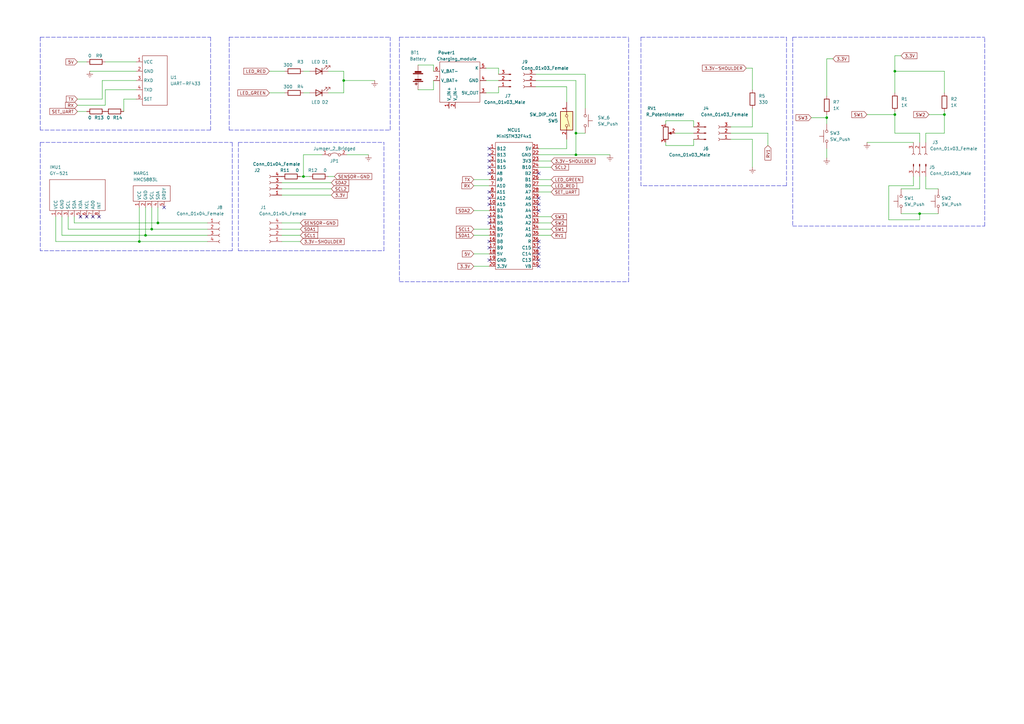
<source format=kicad_sch>
(kicad_sch (version 20211123) (generator eeschema)
  (paper "A3")
  (lib_symbols
    (symbol "Connector:Conn_01x03_Female" (pin_names (offset 1.016) hide)
      (property "Reference" "J" (at 0 5.08 0))
      (property "Value" "Conn_01x03_Female" (at 0 -5.08 0))
      (symbol "Conn_01x03_Female_1_1"
        (arc (start 0 -2.032) (mid -0.508 -2.54) (end 0 -3.048) (stroke (width 0.1524)))
        (polyline (pts (xy -1.27 -2.54) (xy -0.508 -2.54)) (stroke (width 0.1524)))
        (polyline (pts (xy -1.27 0) (xy -0.508 0)) (stroke (width 0.1524)))
        (polyline (pts (xy -1.27 2.54) (xy -0.508 2.54)) (stroke (width 0.1524)))
        (arc (start 0 0.508) (mid -0.508 0) (end 0 -0.508) (stroke (width 0.1524)))
        (arc (start 0 3.048) (mid -0.508 2.54) (end 0 2.032) (stroke (width 0.1524)))
        (pin passive line (at -5.08 2.54 0) (length 3.81) (name "Pin_1") (number "1"))
        (pin passive line (at -5.08 0 0) (length 3.81) (name "Pin_2") (number "2"))
        (pin passive line (at -5.08 -2.54 0) (length 3.81) (name "Pin_3") (number "3"))
      )
    )
    (symbol "Connector:Conn_01x03_Male" (pin_names (offset 1.016) hide)
      (property "Reference" "J" (at 0 5.08 0))
      (property "Value" "Conn_01x03_Male" (at 0 -5.08 0))
      (symbol "Conn_01x03_Male_1_1"
        (polyline (pts (xy 1.27 -2.54) (xy 0.8636 -2.54)) (stroke (width 0.1524)))
        (polyline (pts (xy 1.27 0) (xy 0.8636 0)) (stroke (width 0.1524)))
        (polyline (pts (xy 1.27 2.54) (xy 0.8636 2.54)) (stroke (width 0.1524)))
        (rectangle (start 0.8636 -2.413) (end 0 -2.667) (stroke (width 0.1524)) (fill (type outline)))
        (rectangle (start 0.8636 0.127) (end 0 -0.127) (stroke (width 0.1524)) (fill (type outline)))
        (rectangle (start 0.8636 2.667) (end 0 2.413) (stroke (width 0.1524)) (fill (type outline)))
        (pin passive line (at 5.08 2.54 180) (length 3.81) (name "Pin_1") (number "1"))
        (pin passive line (at 5.08 0 180) (length 3.81) (name "Pin_2") (number "2"))
        (pin passive line (at 5.08 -2.54 180) (length 3.81) (name "Pin_3") (number "3"))
      )
    )
    (symbol "Connector:Conn_01x04_Female" (pin_names (offset 1.016) hide)
      (property "Reference" "J" (at 0 5.08 0))
      (property "Value" "Conn_01x04_Female" (at 0 -7.62 0))
      (symbol "Conn_01x04_Female_1_1"
        (arc (start 0 -4.572) (mid -0.508 -5.08) (end 0 -5.588) (stroke (width 0.1524)))
        (arc (start 0 -2.032) (mid -0.508 -2.54) (end 0 -3.048) (stroke (width 0.1524)))
        (polyline (pts (xy -1.27 -5.08) (xy -0.508 -5.08)) (stroke (width 0.1524)))
        (polyline (pts (xy -1.27 -2.54) (xy -0.508 -2.54)) (stroke (width 0.1524)))
        (polyline (pts (xy -1.27 0) (xy -0.508 0)) (stroke (width 0.1524)))
        (polyline (pts (xy -1.27 2.54) (xy -0.508 2.54)) (stroke (width 0.1524)))
        (arc (start 0 0.508) (mid -0.508 0) (end 0 -0.508) (stroke (width 0.1524)))
        (arc (start 0 3.048) (mid -0.508 2.54) (end 0 2.032) (stroke (width 0.1524)))
        (pin passive line (at -5.08 2.54 0) (length 3.81) (name "Pin_1") (number "1"))
        (pin passive line (at -5.08 0 0) (length 3.81) (name "Pin_2") (number "2"))
        (pin passive line (at -5.08 -2.54 0) (length 3.81) (name "Pin_3") (number "3"))
        (pin passive line (at -5.08 -5.08 0) (length 3.81) (name "Pin_4") (number "4"))
      )
    )
    (symbol "Device:Battery" (pin_numbers hide) (pin_names (offset 0) hide)
      (property "Reference" "BT" (at 2.54 2.54 0))
      (property "Value" "Battery" (at 2.54 0 0))
      (symbol "Battery_0_1"
        (rectangle (start -2.032 -1.397) (end 2.032 -1.651) (fill (type outline)))
        (rectangle (start -2.032 1.778) (end 2.032 1.524) (fill (type outline)))
        (rectangle (start -1.3208 -1.9812) (end 1.27 -2.4892) (fill (type outline)))
        (rectangle (start -1.3208 1.1938) (end 1.27 0.6858) (fill (type outline)))
        (polyline (pts (xy 0 -1.524) (xy 0 -1.27)))
        (polyline (pts (xy 0 -1.016) (xy 0 -0.762)))
        (polyline (pts (xy 0 -0.508) (xy 0 -0.254)))
        (polyline (pts (xy 0 0) (xy 0 0.254)))
        (polyline (pts (xy 0 0.508) (xy 0 0.762)))
        (polyline (pts (xy 0 1.778) (xy 0 2.54)))
        (polyline (pts (xy 0.254 2.667) (xy 1.27 2.667)) (stroke (width 0.254)))
        (polyline (pts (xy 0.762 3.175) (xy 0.762 2.159)) (stroke (width 0.254)))
      )
      (symbol "Battery_1_1"
        (pin passive line (at 0 5.08 270) (length 2.54) (name "+") (number "1"))
        (pin passive line (at 0 -5.08 90) (length 2.54) (name "-") (number "2"))
      )
    )
    (symbol "Device:LED" (pin_numbers hide) (pin_names (offset 1.016) hide)
      (property "Reference" "D" (at 0 2.54 0))
      (property "Value" "LED" (at 0 -2.54 0))
      (symbol "LED_0_1"
        (polyline (pts (xy -1.27 -1.27) (xy -1.27 1.27)) (stroke (width 0.254)))
        (polyline (pts (xy -1.27 0) (xy 1.27 0)))
        (polyline (pts (xy 1.27 -1.27) (xy 1.27 1.27) (xy -1.27 0) (xy 1.27 -1.27)) (stroke (width 0.254)))
        (polyline (pts (xy -3.048 -0.762) (xy -4.572 -2.286) (xy -3.81 -2.286) (xy -4.572 -2.286) (xy -4.572 -1.524)))
        (polyline (pts (xy -1.778 -0.762) (xy -3.302 -2.286) (xy -2.54 -2.286) (xy -3.302 -2.286) (xy -3.302 -1.524)))
      )
      (symbol "LED_1_1"
        (pin passive line (at -3.81 0 0) (length 2.54) (name "K") (number "1"))
        (pin passive line (at 3.81 0 180) (length 2.54) (name "A") (number "2"))
      )
    )
    (symbol "Device:R" (pin_numbers hide) (pin_names (offset 0))
      (property "Reference" "R" (at 2.032 0 90))
      (property "Value" "R" (at 0 0 90))
      (symbol "R_0_1"
        (rectangle (start -1.016 -2.54) (end 1.016 2.54) (stroke (width 0.254)))
      )
      (symbol "R_1_1"
        (pin passive line (at 0 3.81 270) (length 1.27) (name "~") (number "1"))
        (pin passive line (at 0 -3.81 90) (length 1.27) (name "~") (number "2"))
      )
    )
    (symbol "Device:R_Potentiometer" (pin_names (offset 1.016) hide)
      (property "Reference" "RV" (at -4.445 0 90))
      (property "Value" "R_Potentiometer" (at -2.54 0 90))
      (symbol "R_Potentiometer_0_1"
        (polyline (pts (xy 2.54 0) (xy 1.524 0)))
        (polyline (pts (xy 1.143 0) (xy 2.286 0.508) (xy 2.286 -0.508) (xy 1.143 0)) (fill (type outline)))
        (rectangle (start 1.016 2.54) (end -1.016 -2.54) (stroke (width 0.254)))
      )
      (symbol "R_Potentiometer_1_1"
        (pin passive line (at 0 3.81 270) (length 1.27) (name "1") (number "1"))
        (pin passive line (at 3.81 0 180) (length 1.27) (name "2") (number "2"))
        (pin passive line (at 0 -3.81 90) (length 1.27) (name "3") (number "3"))
      )
    )
    (symbol "GY-521_1"
      (property "Reference" "IMU" (at -7.62 7.62 0))
      (property "Value" "GY-521_1" (at 8.89 3.81 0))
      (symbol "GY-521_1_0_1"
        (rectangle (start -8.89 6.35) (end 13.97 -6.35))
      )
      (symbol "GY-521_1_1_1"
        (pin power_in line (at -6.35 -8.89 90) (length 2.54) (name "VCC") (number "1"))
        (pin passive line (at -3.81 -8.89 90) (length 2.54) (name "GND") (number "2"))
        (pin input line (at -1.27 -8.89 90) (length 2.54) (name "SCL") (number "3"))
        (pin bidirectional line (at 1.27 -8.89 90) (length 2.54) (name "SDA") (number "4"))
        (pin no_connect line (at 3.81 -8.89 90) (length 2.54) (name "XDA") (number "5"))
        (pin no_connect line (at 6.35 -8.89 90) (length 2.54) (name "XCL") (number "6"))
        (pin no_connect line (at 8.89 -8.89 90) (length 2.54) (name "AD0") (number "7"))
        (pin no_connect line (at 11.43 -8.89 90) (length 2.54) (name "INT") (number "8"))
      )
    )
    (symbol "HMC5883L_1"
      (property "Reference" "MARG" (at 5.08 2.54 0))
      (property "Value" "HMC5883L_1" (at -6.35 2.54 0))
      (symbol "HMC5883L_1_0_1"
        (rectangle (start -7.62 0) (end 7.62 -6.35))
      )
      (symbol "HMC5883L_1_1_1"
        (pin power_in line (at -5.08 -8.89 90) (length 2.54) (name "VCC") (number "1"))
        (pin bidirectional line (at -2.54 -8.89 90) (length 2.54) (name "GND") (number "2"))
        (pin bidirectional line (at 0 -8.89 90) (length 2.54) (name "SCL") (number "3"))
        (pin bidirectional line (at 2.54 -8.89 90) (length 2.54) (name "SDA") (number "4"))
        (pin bidirectional line (at 5.08 -8.89 90) (length 2.54) (name "DRDY") (number "5"))
      )
    )
    (symbol "Jumper:Jumper_2_Bridged" (pin_names (offset 0) hide)
      (property "Reference" "JP" (at 0 1.905 0))
      (property "Value" "Jumper_2_Bridged" (at 0 -2.54 0))
      (symbol "Jumper_2_Bridged_0_0"
        (circle (center -2.032 0) (radius 0.508))
        (circle (center 2.032 0) (radius 0.508))
      )
      (symbol "Jumper_2_Bridged_0_1"
        (arc (start 1.524 0.254) (mid 0 0.762) (end -1.524 0.254))
      )
      (symbol "Jumper_2_Bridged_1_1"
        (pin passive line (at -5.08 0 0) (length 2.54) (name "A") (number "1"))
        (pin passive line (at 5.08 0 180) (length 2.54) (name "B") (number "2"))
      )
    )
    (symbol "Switch:SW_DIP_x01" (pin_names (offset 0) hide)
      (property "Reference" "SW" (at 0 3.81 0))
      (property "Value" "SW_DIP_x01" (at 0 -3.81 0))
      (symbol "SW_DIP_x01_0_0"
        (circle (center -2.032 0) (radius 0.508))
        (polyline (pts (xy -1.524 0.127) (xy 2.3622 1.1684)))
        (circle (center 2.032 0) (radius 0.508))
      )
      (symbol "SW_DIP_x01_0_1"
        (rectangle (start -3.81 2.54) (end 3.81 -2.54) (stroke (width 0.254)) (fill (type background)))
      )
      (symbol "SW_DIP_x01_1_1"
        (pin passive line (at -7.62 0 0) (length 5.08) (name "~") (number "1"))
        (pin passive line (at 7.62 0 180) (length 5.08) (name "~") (number "2"))
      )
    )
    (symbol "Switch:SW_Push" (pin_numbers hide) (pin_names (offset 1.016) hide)
      (property "Reference" "SW" (at 1.27 2.54 0))
      (property "Value" "SW_Push" (at 0 -1.524 0))
      (symbol "SW_Push_0_1"
        (circle (center -2.032 0) (radius 0.508))
        (polyline (pts (xy 0 1.27) (xy 0 3.048)))
        (polyline (pts (xy 2.54 1.27) (xy -2.54 1.27)))
        (circle (center 2.032 0) (radius 0.508))
        (pin passive line (at -5.08 0 0) (length 2.54) (name "1") (number "1"))
        (pin passive line (at 5.08 0 180) (length 2.54) (name "2") (number "2"))
      )
    )
    (symbol "hieu_lib:Charging_module"
      (property "Reference" "Power" (at 11.43 5.08 0))
      (property "Value" "Charging_module" (at 16.51 2.54 0))
      (symbol "Charging_module_0_1"
        (rectangle (start -8.89 7.62) (end 7.62 -8.89))
      )
      (symbol "Charging_module_1_1"
        (pin power_in line (at -11.43 3.81 0) (length 2.54) (name "V_IN+") (number "1"))
        (pin power_in line (at -11.43 1.27 0) (length 2.54) (name "V_IN-") (number "2"))
        (pin power_out line (at -5.08 -11.43 90) (length 2.54) (name "5V_OUT") (number "3"))
        (pin bidirectional line (at 0 -11.43 90) (length 2.54) (name "GND") (number "4"))
        (pin bidirectional line (at 5.08 -11.43 90) (length 2.54) (name "K") (number "5"))
        (pin bidirectional line (at 3.81 10.16 270) (length 2.54) (name "V_BAT-") (number "6"))
        (pin bidirectional line (at 0 10.16 270) (length 2.54) (name "V_BAT+") (number "7"))
      )
    )
    (symbol "hieu_lib:MiniSTM32F4x1"
      (property "Reference" "MCU" (at 0 1.27 0))
      (property "Value" "MiniSTM32F4x1" (at 7.62 -25.4 90))
      (symbol "MiniSTM32F4x1_0_1"
        (rectangle (start 0 0) (end 15.24 -52.07))
      )
      (symbol "MiniSTM32F4x1_1_1"
        (pin bidirectional line (at -2.54 -2.54 0) (length 2.54) (name "B12") (number "1"))
        (pin bidirectional line (at -2.54 -25.4 0) (length 2.54) (name "A15") (number "10"))
        (pin bidirectional line (at -2.54 -27.94 0) (length 2.54) (name "B3") (number "11"))
        (pin bidirectional line (at -2.54 -30.48 0) (length 2.54) (name "B4") (number "12"))
        (pin bidirectional line (at -2.54 -33.02 0) (length 2.54) (name "B5") (number "13"))
        (pin bidirectional line (at -2.54 -35.56 0) (length 2.54) (name "B6") (number "14"))
        (pin bidirectional line (at -2.54 -38.1 0) (length 2.54) (name "B7") (number "15"))
        (pin bidirectional line (at -2.54 -40.64 0) (length 2.54) (name "B8") (number "16"))
        (pin bidirectional line (at -2.54 -43.18 0) (length 2.54) (name "B9") (number "17"))
        (pin power_out line (at -2.54 -45.72 0) (length 2.54) (name "5V") (number "18"))
        (pin bidirectional line (at -2.54 -48.26 0) (length 2.54) (name "GND") (number "19"))
        (pin bidirectional line (at -2.54 -5.08 0) (length 2.54) (name "B13") (number "2"))
        (pin power_out line (at -2.54 -50.8 0) (length 2.54) (name "3.3V") (number "20"))
        (pin power_in line (at 17.78 -2.54 180) (length 2.54) (name "5V") (number "21"))
        (pin bidirectional line (at 17.78 -5.08 180) (length 2.54) (name "GND") (number "22"))
        (pin power_out line (at 17.78 -7.62 180) (length 2.54) (name "3V3") (number "23"))
        (pin bidirectional line (at 17.78 -10.16 180) (length 2.54) (name "B10") (number "24"))
        (pin bidirectional line (at 17.78 -12.7 180) (length 2.54) (name "B2") (number "25"))
        (pin bidirectional line (at 17.78 -15.24 180) (length 2.54) (name "B1") (number "26"))
        (pin bidirectional line (at 17.78 -17.78 180) (length 2.54) (name "B0") (number "27"))
        (pin bidirectional line (at 17.78 -20.32 180) (length 2.54) (name "A7") (number "28"))
        (pin bidirectional line (at 17.78 -22.86 180) (length 2.54) (name "A6") (number "29"))
        (pin bidirectional line (at -2.54 -7.62 0) (length 2.54) (name "B14") (number "3"))
        (pin bidirectional line (at 17.78 -25.4 180) (length 2.54) (name "A5") (number "30"))
        (pin bidirectional line (at 17.78 -27.94 180) (length 2.54) (name "A4") (number "31"))
        (pin bidirectional line (at 17.78 -30.48 180) (length 2.54) (name "A3") (number "32"))
        (pin bidirectional line (at 17.78 -33.02 180) (length 2.54) (name "A2") (number "33"))
        (pin bidirectional line (at 17.78 -35.56 180) (length 2.54) (name "A1") (number "34"))
        (pin bidirectional line (at 17.78 -38.1 180) (length 2.54) (name "A0") (number "35"))
        (pin bidirectional line (at 17.78 -40.64 180) (length 2.54) (name "R") (number "36"))
        (pin bidirectional line (at 17.78 -43.18 180) (length 2.54) (name "C15") (number "37"))
        (pin bidirectional line (at 17.78 -45.72 180) (length 2.54) (name "C14") (number "38"))
        (pin bidirectional line (at 17.78 -48.26 180) (length 2.54) (name "C13") (number "39"))
        (pin bidirectional line (at -2.54 -10.16 0) (length 2.54) (name "B15") (number "4"))
        (pin bidirectional line (at 17.78 -50.8 180) (length 2.54) (name "VB") (number "40"))
        (pin bidirectional line (at -2.54 -12.7 0) (length 2.54) (name "A8") (number "5"))
        (pin bidirectional line (at -2.54 -15.24 0) (length 2.54) (name "A9") (number "6"))
        (pin bidirectional line (at -2.54 -17.78 0) (length 2.54) (name "A10") (number "7"))
        (pin bidirectional line (at -2.54 -20.32 0) (length 2.54) (name "A11") (number "8"))
        (pin bidirectional line (at -2.54 -22.86 0) (length 2.54) (name "A12") (number "9"))
      )
    )
    (symbol "hieu_lib:UART-RF433"
      (property "Reference" "UART_Module" (at -8.89 5.08 0))
      (property "Value" "UART-RF433" (at 3.81 1.27 0))
      (symbol "UART-RF433_0_1"
        (rectangle (start -10.16 2.54) (end 10.16 -7.62))
      )
      (symbol "UART-RF433_1_1"
        (pin power_in line (at -7.62 -10.16 90) (length 2.54) (name "VCC") (number "1"))
        (pin bidirectional line (at -3.81 -10.16 90) (length 2.54) (name "GND") (number "2"))
        (pin input line (at 0 -10.16 90) (length 2.54) (name "RXD") (number "3"))
        (pin output line (at 3.81 -10.16 90) (length 2.54) (name "TXD") (number "4"))
        (pin input line (at 7.62 -10.16 90) (length 2.54) (name "SET") (number "5"))
      )
    )
    (symbol "power:GNDREF" (power) (pin_names (offset 0))
      (property "Value" "GNDREF" (at 0 -3.81 0))
      (symbol "GNDREF_0_1"
        (polyline (pts (xy -0.635 -1.905) (xy 0.635 -1.905)))
        (polyline (pts (xy -0.127 -2.54) (xy 0.127 -2.54)))
        (polyline (pts (xy 0 -1.27) (xy 0 0)))
        (polyline (pts (xy 1.27 -1.27) (xy -1.27 -1.27)))
      )
      (symbol "GNDREF_1_1"
        (pin power_in line (at 0 0 270) (length 0) hide (name "GNDREF") (number "1"))
      )
    )
  )
  (junction (at 339.09 48.26))
  (junction (at 62.23 93.98))
  (junction (at 377.19 87.63))
  (junction (at 367.03 46.99))
  (junction (at 387.35 46.99))
  (junction (at 57.15 99.06))
  (junction (at 59.69 96.52))
  (junction (at 236.22 63.5))
  (junction (at 124.46 72.39))
  (junction (at 367.03 29.21))
  (junction (at 140.97 33.02))
  (junction (at 236.22 54.61))
  (junction (at 64.77 91.44))
  (no_connect (at 220.98 101.6))
  (no_connect (at 200.66 63.5))
  (no_connect (at 220.98 104.14))
  (no_connect (at 200.66 101.6))
  (no_connect (at 220.98 81.28))
  (no_connect (at 200.66 88.9))
  (no_connect (at 38.1 88.9))
  (no_connect (at 200.66 106.68))
  (no_connect (at 220.98 99.06))
  (no_connect (at 220.98 109.22))
  (no_connect (at 200.66 71.12))
  (no_connect (at 220.98 106.68))
  (no_connect (at 200.66 81.28))
  (no_connect (at 200.66 91.44))
  (no_connect (at 200.66 60.96))
  (no_connect (at 200.66 68.58))
  (no_connect (at 67.31 85.09))
  (no_connect (at 200.66 99.06))
  (no_connect (at 40.64 88.9))
  (no_connect (at 220.98 86.36))
  (no_connect (at 220.98 71.12))
  (no_connect (at 220.98 83.82))
  (no_connect (at 35.56 88.9))
  (no_connect (at 200.66 78.74))
  (no_connect (at 200.66 66.04))
  (no_connect (at 33.02 88.9))
  (no_connect (at 200.66 83.82))
  (wire (pts (xy 377.19 54.61) (xy 377.19 58.42)))
  (wire (pts (xy 220.98 76.2) (xy 226.06 76.2)))
  (wire (pts (xy 62.23 93.98) (xy 85.09 93.98)))
  (wire (pts (xy 50.8 40.64) (xy 55.88 40.64)))
  (polyline (pts (xy 16.51 15.24) (xy 16.51 53.34)))
  (wire (pts (xy 22.86 99.06) (xy 22.86 88.9)))
  (wire (pts (xy 59.69 96.52) (xy 25.4 96.52)))
  (polyline (pts (xy 16.51 15.24) (xy 86.36 15.24)))
  (wire (pts (xy 194.31 76.2) (xy 200.66 76.2)))
  (polyline (pts (xy 97.79 58.42) (xy 97.79 102.87)))
  (wire (pts (xy 273.05 49.53) (xy 273.05 50.8)))
  (wire (pts (xy 299.72 54.61) (xy 314.96 54.61)))
  (polyline (pts (xy 97.79 102.87) (xy 157.48 102.87)))
  (wire (pts (xy 220.98 96.52) (xy 226.06 96.52)))
  (wire (pts (xy 220.98 73.66) (xy 226.06 73.66)))
  (wire (pts (xy 135.89 74.93) (xy 115.57 74.93)))
  (wire (pts (xy 123.19 93.98) (xy 115.57 93.98)))
  (wire (pts (xy 85.09 96.52) (xy 59.69 96.52)))
  (polyline (pts (xy 262.89 15.24) (xy 262.89 76.2)))
  (wire (pts (xy 30.48 88.9) (xy 30.48 91.44)))
  (wire (pts (xy 41.91 33.02) (xy 55.88 33.02)))
  (polyline (pts (xy 86.36 53.34) (xy 16.51 53.34)))
  (wire (pts (xy 377.19 72.39) (xy 377.19 77.47)))
  (wire (pts (xy 220.98 93.98) (xy 226.06 93.98)))
  (wire (pts (xy 27.94 93.98) (xy 62.23 93.98)))
  (wire (pts (xy 284.48 52.07) (xy 284.48 49.53)))
  (wire (pts (xy 57.15 99.06) (xy 22.86 99.06)))
  (wire (pts (xy 110.49 38.1) (xy 116.84 38.1)))
  (wire (pts (xy 124.46 63.5) (xy 124.46 72.39)))
  (wire (pts (xy 284.48 59.69) (xy 284.48 57.15)))
  (wire (pts (xy 220.98 78.74) (xy 226.06 78.74)))
  (wire (pts (xy 369.57 87.63) (xy 377.19 87.63)))
  (wire (pts (xy 308.61 44.45) (xy 308.61 52.07)))
  (wire (pts (xy 219.71 35.56) (xy 232.41 35.56)))
  (wire (pts (xy 374.65 58.42) (xy 355.6 58.42)))
  (wire (pts (xy 43.18 36.83) (xy 43.18 43.18)))
  (wire (pts (xy 387.35 29.21) (xy 387.35 38.1)))
  (wire (pts (xy 232.41 35.56) (xy 232.41 41.91)))
  (wire (pts (xy 339.09 60.96) (xy 339.09 64.77)))
  (wire (pts (xy 367.03 29.21) (xy 387.35 29.21)))
  (wire (pts (xy 110.49 29.21) (xy 116.84 29.21)))
  (wire (pts (xy 220.98 68.58) (xy 226.06 68.58)))
  (wire (pts (xy 284.48 49.53) (xy 273.05 49.53)))
  (wire (pts (xy 199.39 27.94) (xy 204.47 27.94)))
  (polyline (pts (xy 163.83 115.57) (xy 257.81 115.57)))
  (wire (pts (xy 314.96 59.69) (xy 314.96 54.61)))
  (wire (pts (xy 177.8 29.21) (xy 177.8 26.67)))
  (wire (pts (xy 232.41 57.15) (xy 232.41 60.96)))
  (wire (pts (xy 50.8 45.72) (xy 50.8 40.64)))
  (wire (pts (xy 308.61 52.07) (xy 299.72 52.07)))
  (wire (pts (xy 369.57 77.47) (xy 377.19 77.47)))
  (wire (pts (xy 171.45 36.83) (xy 177.8 36.83)))
  (wire (pts (xy 387.35 46.99) (xy 387.35 54.61)))
  (wire (pts (xy 308.61 27.94) (xy 308.61 36.83)))
  (wire (pts (xy 236.22 54.61) (xy 236.22 63.5)))
  (wire (pts (xy 379.73 77.47) (xy 379.73 72.39)))
  (wire (pts (xy 64.77 91.44) (xy 64.77 85.09)))
  (wire (pts (xy 387.35 45.72) (xy 387.35 46.99)))
  (wire (pts (xy 240.03 44.45) (xy 240.03 30.48)))
  (wire (pts (xy 369.57 22.86) (xy 367.03 22.86)))
  (polyline (pts (xy 325.12 92.71) (xy 403.86 92.71)))
  (polyline (pts (xy 322.58 15.24) (xy 322.58 76.2)))
  (polyline (pts (xy 86.36 15.24) (xy 86.36 53.34)))
  (wire (pts (xy 384.81 77.47) (xy 379.73 77.47)))
  (wire (pts (xy 220.98 66.04) (xy 226.06 66.04)))
  (wire (pts (xy 57.15 85.09) (xy 57.15 99.06)))
  (wire (pts (xy 367.03 54.61) (xy 377.19 54.61)))
  (wire (pts (xy 219.71 33.02) (xy 236.22 33.02)))
  (wire (pts (xy 308.61 57.15) (xy 308.61 68.58)))
  (polyline (pts (xy 325.12 15.24) (xy 325.12 92.71)))
  (wire (pts (xy 236.22 33.02) (xy 236.22 54.61)))
  (wire (pts (xy 140.97 29.21) (xy 140.97 33.02)))
  (wire (pts (xy 374.65 76.2) (xy 364.49 76.2)))
  (polyline (pts (xy 262.89 15.24) (xy 322.58 15.24)))
  (wire (pts (xy 194.31 86.36) (xy 200.66 86.36)))
  (wire (pts (xy 377.19 90.17) (xy 377.19 87.63)))
  (wire (pts (xy 134.62 29.21) (xy 140.97 29.21)))
  (wire (pts (xy 199.39 38.1) (xy 204.47 38.1)))
  (wire (pts (xy 62.23 85.09) (xy 62.23 93.98)))
  (polyline (pts (xy 325.12 15.24) (xy 403.86 15.24)))
  (wire (pts (xy 308.61 57.15) (xy 299.72 57.15)))
  (wire (pts (xy 240.03 30.48) (xy 219.71 30.48)))
  (wire (pts (xy 364.49 90.17) (xy 377.19 90.17)))
  (wire (pts (xy 367.03 22.86) (xy 367.03 29.21)))
  (wire (pts (xy 204.47 38.1) (xy 204.47 35.56)))
  (wire (pts (xy 194.31 104.14) (xy 200.66 104.14)))
  (polyline (pts (xy 93.98 15.24) (xy 160.02 15.24)))
  (polyline (pts (xy 16.51 58.42) (xy 95.25 58.42)))
  (wire (pts (xy 236.22 54.61) (xy 240.03 54.61)))
  (wire (pts (xy 31.75 45.72) (xy 35.56 45.72)))
  (wire (pts (xy 134.62 38.1) (xy 140.97 38.1)))
  (wire (pts (xy 123.19 99.06) (xy 115.57 99.06)))
  (wire (pts (xy 276.86 54.61) (xy 284.48 54.61)))
  (wire (pts (xy 194.31 93.98) (xy 200.66 93.98)))
  (wire (pts (xy 236.22 63.5) (xy 250.19 63.5)))
  (polyline (pts (xy 257.81 115.57) (xy 257.81 15.24)))
  (wire (pts (xy 194.31 73.66) (xy 200.66 73.66)))
  (wire (pts (xy 381 46.99) (xy 387.35 46.99)))
  (wire (pts (xy 220.98 60.96) (xy 232.41 60.96)))
  (wire (pts (xy 140.97 33.02) (xy 140.97 38.1)))
  (wire (pts (xy 55.88 36.83) (xy 43.18 36.83)))
  (wire (pts (xy 332.74 48.26) (xy 339.09 48.26)))
  (wire (pts (xy 140.97 33.02) (xy 153.67 33.02)))
  (wire (pts (xy 308.61 27.94) (xy 306.07 27.94)))
  (wire (pts (xy 124.46 29.21) (xy 127 29.21)))
  (wire (pts (xy 123.19 96.52) (xy 115.57 96.52)))
  (wire (pts (xy 134.62 72.39) (xy 137.16 72.39)))
  (wire (pts (xy 135.89 77.47) (xy 115.57 77.47)))
  (wire (pts (xy 387.35 54.61) (xy 379.73 54.61)))
  (wire (pts (xy 31.75 43.18) (xy 43.18 43.18)))
  (polyline (pts (xy 16.51 58.42) (xy 16.51 102.87)))
  (wire (pts (xy 43.18 25.4) (xy 55.88 25.4)))
  (wire (pts (xy 355.6 46.99) (xy 367.03 46.99)))
  (wire (pts (xy 123.19 91.44) (xy 115.57 91.44)))
  (wire (pts (xy 41.91 40.64) (xy 41.91 33.02)))
  (polyline (pts (xy 322.58 76.2) (xy 262.89 76.2)))
  (wire (pts (xy 194.31 109.22) (xy 200.66 109.22)))
  (polyline (pts (xy 163.83 15.24) (xy 163.83 115.57)))
  (wire (pts (xy 132.08 63.5) (xy 124.46 63.5)))
  (wire (pts (xy 177.8 36.83) (xy 177.8 33.02)))
  (polyline (pts (xy 93.98 53.34) (xy 160.02 53.34)))
  (wire (pts (xy 199.39 33.02) (xy 204.47 33.02)))
  (wire (pts (xy 341.63 24.13) (xy 339.09 24.13)))
  (wire (pts (xy 220.98 63.5) (xy 236.22 63.5)))
  (wire (pts (xy 57.15 99.06) (xy 85.09 99.06)))
  (wire (pts (xy 220.98 88.9) (xy 226.06 88.9)))
  (polyline (pts (xy 93.98 15.24) (xy 93.98 53.34)))
  (wire (pts (xy 135.89 80.01) (xy 115.57 80.01)))
  (wire (pts (xy 377.19 87.63) (xy 384.81 87.63)))
  (wire (pts (xy 59.69 85.09) (xy 59.69 96.52)))
  (polyline (pts (xy 163.83 15.24) (xy 257.81 15.24)))
  (wire (pts (xy 64.77 91.44) (xy 85.09 91.44)))
  (wire (pts (xy 339.09 46.99) (xy 339.09 48.26)))
  (wire (pts (xy 31.75 25.4) (xy 35.56 25.4)))
  (polyline (pts (xy 160.02 53.34) (xy 160.02 15.24)))
  (wire (pts (xy 273.05 59.69) (xy 273.05 58.42)))
  (wire (pts (xy 30.48 91.44) (xy 64.77 91.44)))
  (wire (pts (xy 367.03 45.72) (xy 367.03 46.99)))
  (wire (pts (xy 204.47 30.48) (xy 204.47 27.94)))
  (wire (pts (xy 220.98 91.44) (xy 226.06 91.44)))
  (wire (pts (xy 25.4 88.9) (xy 25.4 96.52)))
  (wire (pts (xy 364.49 76.2) (xy 364.49 90.17)))
  (wire (pts (xy 367.03 29.21) (xy 367.03 38.1)))
  (wire (pts (xy 374.65 72.39) (xy 374.65 76.2)))
  (wire (pts (xy 379.73 54.61) (xy 379.73 58.42)))
  (wire (pts (xy 339.09 48.26) (xy 339.09 50.8)))
  (wire (pts (xy 367.03 46.99) (xy 367.03 54.61)))
  (polyline (pts (xy 95.25 102.87) (xy 16.51 102.87)))
  (wire (pts (xy 36.83 29.21) (xy 55.88 29.21)))
  (wire (pts (xy 124.46 72.39) (xy 123.19 72.39)))
  (wire (pts (xy 127 72.39) (xy 124.46 72.39)))
  (polyline (pts (xy 157.48 102.87) (xy 157.48 58.42)))
  (wire (pts (xy 339.09 24.13) (xy 339.09 39.37)))
  (wire (pts (xy 171.45 26.67) (xy 177.8 26.67)))
  (wire (pts (xy 194.31 96.52) (xy 200.66 96.52)))
  (polyline (pts (xy 97.79 58.42) (xy 157.48 58.42)))
  (wire (pts (xy 124.46 38.1) (xy 127 38.1)))
  (wire (pts (xy 151.13 63.5) (xy 142.24 63.5)))
  (wire (pts (xy 273.05 59.69) (xy 284.48 59.69)))
  (wire (pts (xy 27.94 88.9) (xy 27.94 93.98)))
  (wire (pts (xy 31.75 40.64) (xy 41.91 40.64)))
  (polyline (pts (xy 95.25 58.42) (xy 95.25 102.87)))
  (polyline (pts (xy 403.86 92.71) (xy 403.86 15.24)))
  (global_label "SW3" (shape input) (at 332.74 48.26 180) (property "Intersheet References" "${INTERSHEET_REFS}" (effects hide)))
  (global_label "SCL2" (shape input) (at 135.89 77.47 0) (property "Intersheet References" "${INTERSHEET_REFS}" (effects hide)))
  (global_label "3.3V" (shape input) (at 341.63 24.13 0) (property "Intersheet References" "${INTERSHEET_REFS}" (effects hide)))
  (global_label "RX" (shape input) (at 194.31 76.2 180) (property "Intersheet References" "${INTERSHEET_REFS}" (effects hide)))
  (global_label "3.3V-SHOULDER" (shape input) (at 226.06 66.04 0) (property "Intersheet References" "${INTERSHEET_REFS}" (effects hide)))
  (global_label "SCL1" (shape input) (at 123.19 96.52 0) (property "Intersheet References" "${INTERSHEET_REFS}" (effects hide)))
  (global_label "5V" (shape input) (at 194.31 104.14 180) (property "Intersheet References" "${INTERSHEET_REFS}" (effects hide)))
  (global_label "TX" (shape input) (at 194.31 73.66 180) (property "Intersheet References" "${INTERSHEET_REFS}" (effects hide)))
  (global_label "SET_UART" (shape input) (at 226.06 78.74 0) (property "Intersheet References" "${INTERSHEET_REFS}" (effects hide)))
  (global_label "SDA2" (shape input) (at 135.89 74.93 0) (property "Intersheet References" "${INTERSHEET_REFS}" (effects hide)))
  (global_label "LED_GREEN" (shape input) (at 110.49 38.1 180) (property "Intersheet References" "${INTERSHEET_REFS}" (effects hide)))
  (global_label "SDA1" (shape input) (at 194.31 96.52 180) (property "Intersheet References" "${INTERSHEET_REFS}" (effects hide)))
  (global_label "SW2" (shape input) (at 226.06 91.44 0) (property "Intersheet References" "${INTERSHEET_REFS}" (effects hide)))
  (global_label "RV1" (shape input) (at 226.06 96.52 0) (property "Intersheet References" "${INTERSHEET_REFS}" (effects hide)))
  (global_label "5V" (shape input) (at 31.75 25.4 180) (property "Intersheet References" "${INTERSHEET_REFS}" (effects hide)))
  (global_label "RX" (shape input) (at 31.75 43.18 180) (property "Intersheet References" "${INTERSHEET_REFS}" (effects hide)))
  (global_label "LED_RED" (shape input) (at 226.06 76.2 0) (property "Intersheet References" "${INTERSHEET_REFS}" (effects hide)))
  (global_label "SDA2" (shape input) (at 194.31 86.36 180) (property "Intersheet References" "${INTERSHEET_REFS}" (effects hide)))
  (global_label "SCL2" (shape input) (at 226.06 68.58 0) (property "Intersheet References" "${INTERSHEET_REFS}" (effects hide)))
  (global_label "SW2" (shape input) (at 381 46.99 180) (property "Intersheet References" "${INTERSHEET_REFS}" (effects hide)))
  (global_label "LED_GREEN" (shape input) (at 226.06 73.66 0) (property "Intersheet References" "${INTERSHEET_REFS}" (effects hide)))
  (global_label "SENSOR-GND" (shape input) (at 137.16 72.39 0) (property "Intersheet References" "${INTERSHEET_REFS}" (effects hide)))
  (global_label "3.3V" (shape input) (at 369.57 22.86 0) (property "Intersheet References" "${INTERSHEET_REFS}" (effects hide)))
  (global_label "SW1" (shape input) (at 355.6 46.99 180) (property "Intersheet References" "${INTERSHEET_REFS}" (effects hide)))
  (global_label "SET_UART" (shape input) (at 31.75 45.72 180) (property "Intersheet References" "${INTERSHEET_REFS}" (effects hide)))
  (global_label "3.3V-SHOULDER" (shape input) (at 306.07 27.94 180) (property "Intersheet References" "${INTERSHEET_REFS}" (effects hide)))
  (global_label "SW1" (shape input) (at 226.06 93.98 0) (property "Intersheet References" "${INTERSHEET_REFS}" (effects hide)))
  (global_label "RV1" (shape input) (at 314.96 59.69 270) (property "Intersheet References" "${INTERSHEET_REFS}" (effects hide)))
  (global_label "3.3V" (shape input) (at 194.31 109.22 180) (property "Intersheet References" "${INTERSHEET_REFS}" (effects hide)))
  (global_label "SENSOR-GND" (shape input) (at 123.19 91.44 0) (property "Intersheet References" "${INTERSHEET_REFS}" (effects hide)))
  (global_label "3.3V" (shape input) (at 135.89 80.01 0) (property "Intersheet References" "${INTERSHEET_REFS}" (effects hide)))
  (global_label "TX" (shape input) (at 31.75 40.64 180) (property "Intersheet References" "${INTERSHEET_REFS}" (effects hide)))
  (global_label "3.3V-SHOULDER" (shape input) (at 123.19 99.06 0) (property "Intersheet References" "${INTERSHEET_REFS}" (effects hide)))
  (global_label "SCL1" (shape input) (at 194.31 93.98 180) (property "Intersheet References" "${INTERSHEET_REFS}" (effects hide)))
  (global_label "SDA1" (shape input) (at 123.19 93.98 0) (property "Intersheet References" "${INTERSHEET_REFS}" (effects hide)))
  (global_label "LED_RED" (shape input) (at 110.49 29.21 180) (property "Intersheet References" "${INTERSHEET_REFS}" (effects hide)))
  (global_label "SW3" (shape input) (at 226.06 88.9 0) (property "Intersheet References" "${INTERSHEET_REFS}" (effects hide)))
  (symbol (lib_id "Connector:Conn_01x03_Female") (at 294.64 54.61 180) (unit 1)
    (property "Reference" "J4" (at 289.56 44.45 0))
    (property "Value" "Conn_01x03_Female" (at 297.18 46.99 0))
    (property "Footprint" "Connector_PinSocket_2.00mm:PinSocket_1x03_P2.00mm_Vertical" (effects hide))
  )
  (symbol (lib_id "Connector:Conn_01x03_Female") (at 214.63 33.02 180) (unit 1)
    (property "Reference" "J9" (at 215.265 25.4 0))
    (property "Value" "Conn_01x03_Female" (at 223.52 27.94 0))
    (property "Footprint" "Connector_PinSocket_2.00mm:PinSocket_1x03_P2.00mm_Vertical" (effects hide))
  )
  (symbol (lib_id "Connector:Conn_01x03_Male") (at 209.55 33.02 180) (unit 1)
    (property "Reference" "J7" (at 208.28 39.37 0))
    (property "Value" "Conn_01x03_Male" (at 207.01 41.91 0))
  )
  (symbol (lib_name "GY-521_1") (lib_id "hieu_lib:GY-521") (at 29.21 80.01 0) (unit 1)
    (property "Reference" "IMU1" (at 20.32 68.58 0) (effects (justify left)))
    (property "Value" "GY-521" (at 20.32 71.12 0) (effects (justify left)))
    (property "Footprint" "Connector_PinHeader_2.54mm:PinHeader_1x08_P2.54mm_Vertical" (effects hide))
  )
  (symbol (lib_id "Connector:Conn_01x04_Female") (at 110.49 77.47 180) (unit 1)
    (property "Reference" "J2" (at 106.68 69.85 0) (effects (justify left)))
    (property "Value" "Conn_01x04_Female" (at 123.19 67.31 0) (effects (justify left)))
    (property "Footprint" "Connector_PinSocket_2.00mm:PinSocket_1x04_P2.00mm_Vertical" (effects hide))
  )
  (symbol (lib_id "Device:R") (at 130.81 72.39 270) (unit 1)
    (property "Reference" "R12" (at 128.27 69.85 90))
    (property "Value" "0" (at 133.35 69.85 90))
    (property "Footprint" "hieu:resistor" (effects hide))
  )
  (symbol (lib_id "Device:R") (at 308.61 40.64 0) (unit 1)
    (property "Reference" "R5" (at 311.15 39.3699 0) (effects (justify left)))
    (property "Value" "330" (at 311.15 41.9099 0) (effects (justify left)))
    (property "Footprint" "hieu:resistor" (effects hide))
  )
  (symbol (lib_id "Switch:SW_Push") (at 369.57 82.55 90) (unit 1)
    (property "Reference" "SW1" (at 370.84 81.2799 90) (effects (justify right)))
    (property "Value" "SW_Push" (at 370.84 83.8199 90) (effects (justify right)))
    (property "Footprint" "hieu:resistor" (effects hide))
  )
  (symbol (lib_id "Device:R_Potentiometer") (at 273.05 54.61 0) (unit 1)
    (property "Reference" "RV1" (at 269.24 44.45 0) (effects (justify right)))
    (property "Value" "R_Potentiometer" (at 280.67 46.99 0) (effects (justify right)))
  )
  (symbol (lib_id "Device:LED") (at 130.81 38.1 180) (unit 1)
    (property "Reference" "D2" (at 133.35 41.91 0))
    (property "Value" "LED" (at 129.54 41.91 0))
    (property "Footprint" "LED_THT:LED_D3.0mm" (effects hide))
  )
  (symbol (lib_id "Connector:Conn_01x03_Female") (at 377.19 63.5 270) (unit 1)
    (property "Reference" "J3" (at 383.54 58.42 90))
    (property "Value" "Conn_01x03_Female" (at 391.16 60.96 90))
    (property "Footprint" "Connector_PinSocket_2.00mm:PinSocket_1x03_P2.00mm_Vertical" (effects hide))
  )
  (symbol (lib_id "Device:Battery") (at 171.45 31.75 180) (unit 1)
    (property "Reference" "BT1" (at 170.18 21.59 0))
    (property "Value" "Battery" (at 171.45 24.13 0))
  )
  (symbol (lib_id "hieu_lib:Charging_module") (at 187.96 33.02 90) (unit 1)
    (property "Reference" "Power1" (at 186.69 21.59 90) (effects (justify left)))
    (property "Value" "Charging_module" (at 195.58 24.13 90) (effects (justify left)))
  )
  (symbol (lib_id "hieu_lib:UART-RF433") (at 66.04 33.02 270) (unit 1)
    (property "Reference" "U1" (at 69.85 31.7499 90) (effects (justify left)))
    (property "Value" "UART-RF433" (at 69.85 34.2899 90) (effects (justify left)))
    (property "Footprint" "Connector_PinHeader_2.54mm:PinHeader_1x05_P2.54mm_Vertical" (effects hide))
  )
  (symbol (lib_id "Device:R") (at 46.99 45.72 90) (unit 1)
    (property "Reference" "R14" (at 48.26 48.26 90))
    (property "Value" "0" (at 44.45 48.26 90))
    (property "Footprint" "hieu:resistor" (effects hide))
  )
  (symbol (lib_id "Switch:SW_Push") (at 339.09 55.88 90) (unit 1)
    (property "Reference" "SW3" (at 340.36 54.6099 90) (effects (justify right)))
    (property "Value" "SW_Push" (at 340.36 57.1499 90) (effects (justify right)))
    (property "Footprint" "hieu:resistor" (effects hide))
  )
  (symbol (lib_id "Device:R") (at 39.37 45.72 90) (unit 1)
    (property "Reference" "R13" (at 40.64 48.26 90))
    (property "Value" "0" (at 36.83 48.26 90))
    (property "Footprint" "hieu:resistor" (effects hide))
  )
  (symbol (lib_id "power:GNDREF") (at 339.09 64.77 0) (unit 1)
    (property "Reference" "#PWR03" (effects hide))
    (property "Value" "GNDREF" (effects hide))
  )
  (symbol (lib_name "HMC5883L_1") (lib_id "hieu_lib:HMC5883L") (at 62.23 76.2 0) (unit 1)
    (property "Reference" "MARG1" (at 54.61 71.12 0) (effects (justify left)))
    (property "Value" "HMC5883L" (at 54.61 73.66 0) (effects (justify left)))
    (property "Footprint" "Connector_PinHeader_2.54mm:PinHeader_1x05_P2.54mm_Vertical" (effects hide))
  )
  (symbol (lib_id "Connector:Conn_01x03_Male") (at 377.19 67.31 270) (unit 1)
    (property "Reference" "J5" (at 382.27 68.58 90))
    (property "Value" "Conn_01x03_Male" (at 389.89 71.12 90))
  )
  (symbol (lib_id "hieu_lib:MiniSTM32F4x1") (at 203.2 58.42 0) (unit 1)
    (property "Reference" "MCU1" (at 210.82 53.34 0))
    (property "Value" "MiniSTM32F4x1" (at 210.82 55.88 0))
    (property "Footprint" "hieu:stm32f4_board" (effects hide))
  )
  (symbol (lib_id "Device:R") (at 387.35 41.91 0) (unit 1)
    (property "Reference" "R2" (at 389.89 40.6399 0) (effects (justify left)))
    (property "Value" "1K" (at 389.89 43.1799 0) (effects (justify left)))
    (property "Footprint" "hieu:resistor" (effects hide))
  )
  (symbol (lib_id "Device:R") (at 39.37 25.4 90) (unit 1)
    (property "Reference" "R9" (at 40.64 22.86 90))
    (property "Value" "0" (at 36.83 22.86 90))
    (property "Footprint" "hieu:resistor" (effects hide))
  )
  (symbol (lib_id "Connector:Conn_01x03_Male") (at 289.56 54.61 180) (unit 1)
    (property "Reference" "J6" (at 288.29 60.96 0) (effects (justify right)))
    (property "Value" "Conn_01x03_Male" (at 274.32 63.5 0) (effects (justify right)))
  )
  (symbol (lib_id "Switch:SW_Push") (at 384.81 82.55 90) (unit 1)
    (property "Reference" "SW2" (at 386.08 81.2799 90) (effects (justify right)))
    (property "Value" "SW_Push" (at 386.08 83.8199 90) (effects (justify right)))
    (property "Footprint" "hieu:resistor" (effects hide))
  )
  (symbol (lib_id "Device:R") (at 367.03 41.91 0) (unit 1)
    (property "Reference" "R1" (at 369.57 40.6399 0) (effects (justify left)))
    (property "Value" "1K" (at 369.57 43.1799 0) (effects (justify left)))
    (property "Footprint" "hieu:resistor" (effects hide))
  )
  (symbol (lib_id "power:GNDREF") (at 151.13 63.5 0) (unit 1)
    (property "Reference" "#PWR01" (effects hide))
    (property "Value" "GNDREF" (effects hide))
  )
  (symbol (lib_id "Jumper:Jumper_2_Bridged") (at 137.16 63.5 0) (unit 1)
    (property "Reference" "JP1" (at 137.16 66.04 0))
    (property "Value" "Jumper_2_Bridged" (at 137.16 60.96 0))
    (property "Footprint" "Connector_PinHeader_2.54mm:PinHeader_1x02_P2.54mm_Vertical" (effects hide))
  )
  (symbol (lib_id "Device:R") (at 120.65 29.21 90) (unit 1)
    (property "Reference" "R3" (at 123.19 25.4 90))
    (property "Value" "300" (at 118.11 26.67 90))
    (property "Footprint" "hieu:resistor" (effects hide))
  )
  (symbol (lib_id "Switch:SW_Push") (at 240.03 49.53 270) (unit 1)
    (property "Reference" "SW_6" (at 245.11 48.26 90) (effects (justify left)))
    (property "Value" "SW_Push" (at 245.11 50.8 90) (effects (justify left)))
    (property "Footprint" "hieu:resistor" (effects hide))
  )
  (symbol (lib_id "power:GNDREF") (at 355.6 58.42 0) (unit 1)
    (property "Reference" "#PWR07" (effects hide))
    (property "Value" "GNDREF" (effects hide))
  )
  (symbol (lib_id "Connector:Conn_01x04_Female") (at 90.17 93.98 0) (unit 1)
    (property "Reference" "J8" (at 88.9 85.09 0) (effects (justify left)))
    (property "Value" "Conn_01x04_Female" (at 72.39 87.63 0) (effects (justify left)))
    (property "Footprint" "Connector_PinSocket_2.00mm:PinSocket_1x04_P2.00mm_Vertical" (effects hide))
  )
  (symbol (lib_id "power:GNDREF") (at 250.19 63.5 0) (unit 1)
    (property "Reference" "#PWR04" (effects hide))
    (property "Value" "GNDREF" (effects hide))
  )
  (symbol (lib_id "Connector:Conn_01x04_Female") (at 110.49 96.52 180) (unit 1)
    (property "Reference" "J1" (at 109.22 85.09 0) (effects (justify left)))
    (property "Value" "Conn_01x04_Female" (at 125.73 87.63 0) (effects (justify left)))
    (property "Footprint" "Connector_PinSocket_2.00mm:PinSocket_1x04_P2.00mm_Vertical" (effects hide))
  )
  (symbol (lib_id "Device:R") (at 339.09 43.18 0) (unit 1)
    (property "Reference" "R7" (at 341.63 41.9099 0) (effects (justify left)))
    (property "Value" "1K" (at 341.63 44.4499 0) (effects (justify left)))
    (property "Footprint" "hieu:resistor" (effects hide))
  )
  (symbol (lib_id "Device:R") (at 120.65 38.1 90) (unit 1)
    (property "Reference" "R4" (at 123.19 35.56 90))
    (property "Value" "300" (at 118.11 35.56 90))
    (property "Footprint" "hieu:resistor" (effects hide))
  )
  (symbol (lib_id "power:GNDREF") (at 36.83 29.21 0) (unit 1)
    (property "Reference" "#PWR02" (effects hide))
    (property "Value" "GNDREF" (effects hide))
  )
  (symbol (lib_id "Device:R") (at 119.38 72.39 270) (unit 1)
    (property "Reference" "R11" (at 116.84 69.85 90))
    (property "Value" "0" (at 121.92 69.85 90))
    (property "Footprint" "hieu:resistor" (effects hide))
  )
  (symbol (lib_id "Switch:SW_DIP_x01") (at 232.41 49.53 270) (unit 1)
    (property "Reference" "SW5" (at 224.79 49.53 90) (effects (justify left)))
    (property "Value" "SW_DIP_x01" (at 217.17 46.99 90) (effects (justify left)))
    (property "Footprint" "hieu:resistor" (effects hide))
  )
  (symbol (lib_id "Device:LED") (at 130.81 29.21 180) (unit 1)
    (property "Reference" "D1" (at 133.35 25.4 0))
    (property "Value" "LED" (at 129.54 25.4 0))
    (property "Footprint" "LED_THT:LED_D3.0mm" (effects hide))
  )
  (symbol (lib_id "power:GNDREF") (at 308.61 68.58 0) (unit 1)
    (property "Reference" "#PWR05" (effects hide))
    (property "Value" "GNDREF" (effects hide))
  )
  (symbol (lib_id "power:GNDREF") (at 153.67 33.02 0) (unit 1)
    (property "Reference" "#PWR06" (effects hide))
    (property "Value" "GNDREF" (effects hide))
  )
)
</source>
